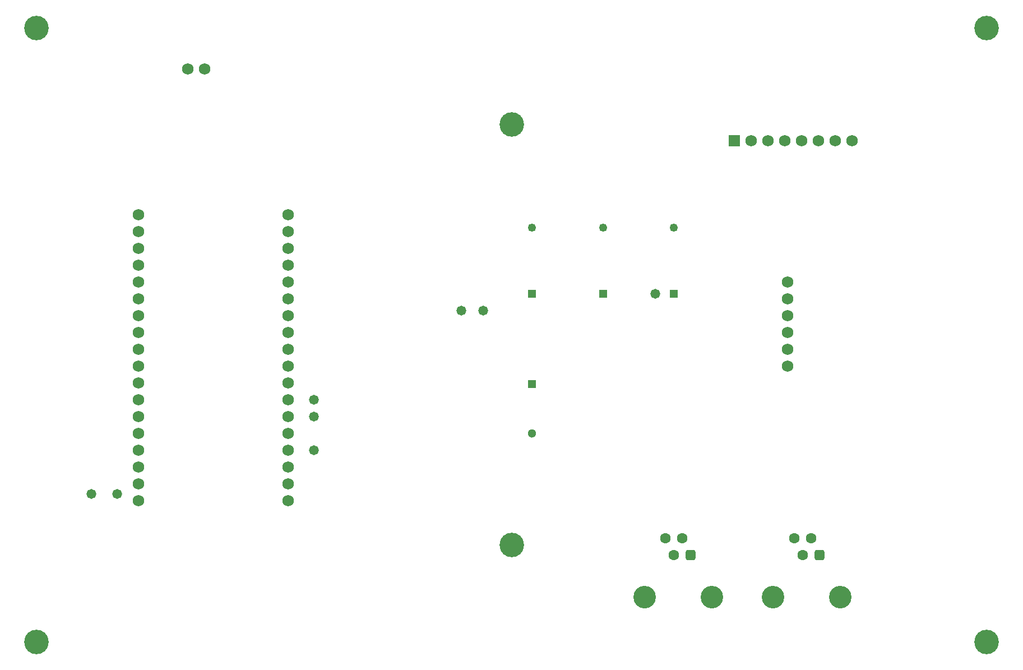
<source format=gts>
G04*
G04 #@! TF.GenerationSoftware,Altium Limited,Altium Designer,23.10.1 (27)*
G04*
G04 Layer_Color=8388736*
%FSLAX44Y44*%
%MOMM*%
G71*
G04*
G04 #@! TF.SameCoordinates,2E3EF511-91C1-4F0E-8D45-CE2B79DCFB35*
G04*
G04*
G04 #@! TF.FilePolarity,Negative*
G04*
G01*
G75*
%ADD12C,3.7032*%
%ADD13C,1.7272*%
G04:AMPARAMS|DCode=14|XSize=1.6032mm|YSize=1.6032mm|CornerRadius=0.4516mm|HoleSize=0mm|Usage=FLASHONLY|Rotation=180.000|XOffset=0mm|YOffset=0mm|HoleType=Round|Shape=RoundedRectangle|*
%AMROUNDEDRECTD14*
21,1,1.6032,0.7000,0,0,180.0*
21,1,0.7000,1.6032,0,0,180.0*
1,1,0.9032,-0.3500,0.3500*
1,1,0.9032,0.3500,0.3500*
1,1,0.9032,0.3500,-0.3500*
1,1,0.9032,-0.3500,-0.3500*
%
%ADD14ROUNDEDRECTD14*%
%ADD15C,1.6032*%
%ADD16C,3.4032*%
%ADD17R,1.7272X1.7272*%
%ADD18C,1.2500*%
%ADD19R,1.2500X1.2500*%
%ADD20C,1.3000*%
%ADD21R,1.3000X1.3000*%
%ADD22C,1.4732*%
D12*
X44450Y971550D02*
D03*
X762000Y190500D02*
D03*
Y825500D02*
D03*
X44450Y44450D02*
D03*
X1479550Y971550D02*
D03*
Y44450D02*
D03*
D13*
X424180Y689610D02*
D03*
Y664210D02*
D03*
Y638810D02*
D03*
Y613410D02*
D03*
Y588010D02*
D03*
Y562610D02*
D03*
Y537210D02*
D03*
Y511810D02*
D03*
Y486410D02*
D03*
Y461010D02*
D03*
Y435610D02*
D03*
Y410210D02*
D03*
Y384810D02*
D03*
Y359410D02*
D03*
Y334010D02*
D03*
Y308610D02*
D03*
Y283210D02*
D03*
Y257810D02*
D03*
X197866Y435610D02*
D03*
Y461010D02*
D03*
Y486410D02*
D03*
Y511810D02*
D03*
Y537210D02*
D03*
Y562610D02*
D03*
Y588010D02*
D03*
Y613410D02*
D03*
Y638810D02*
D03*
Y664210D02*
D03*
Y689610D02*
D03*
Y410210D02*
D03*
Y384810D02*
D03*
Y257810D02*
D03*
Y308610D02*
D03*
Y334010D02*
D03*
Y359410D02*
D03*
Y283210D02*
D03*
X1123950Y801370D02*
D03*
X1149350D02*
D03*
X1174750D02*
D03*
X1200150D02*
D03*
X1225550D02*
D03*
X1250950D02*
D03*
X1276350D02*
D03*
X298450Y909320D02*
D03*
X273050D02*
D03*
X1178560Y461010D02*
D03*
Y486410D02*
D03*
Y511810D02*
D03*
Y537210D02*
D03*
Y562610D02*
D03*
Y588010D02*
D03*
D14*
X1032510Y175810D02*
D03*
X1226820D02*
D03*
D15*
X1019810Y201210D02*
D03*
X1007110Y175810D02*
D03*
X994410Y201210D02*
D03*
X1188720D02*
D03*
X1201420Y175810D02*
D03*
X1214120Y201210D02*
D03*
D16*
X962660Y112310D02*
D03*
X1064260D02*
D03*
X1258570D02*
D03*
X1156970D02*
D03*
D17*
X1098550Y801370D02*
D03*
D18*
X1007110Y669760D02*
D03*
X899795D02*
D03*
X792480D02*
D03*
D19*
X1007110Y569760D02*
D03*
X899795D02*
D03*
X792480D02*
D03*
D20*
Y358740D02*
D03*
D21*
Y433740D02*
D03*
D22*
X463550Y334010D02*
D03*
X979170Y570230D02*
D03*
X685800Y544830D02*
D03*
X463550Y410210D02*
D03*
X166288Y267668D02*
D03*
X127000Y267970D02*
D03*
X718820Y544830D02*
D03*
X463550Y384810D02*
D03*
M02*

</source>
